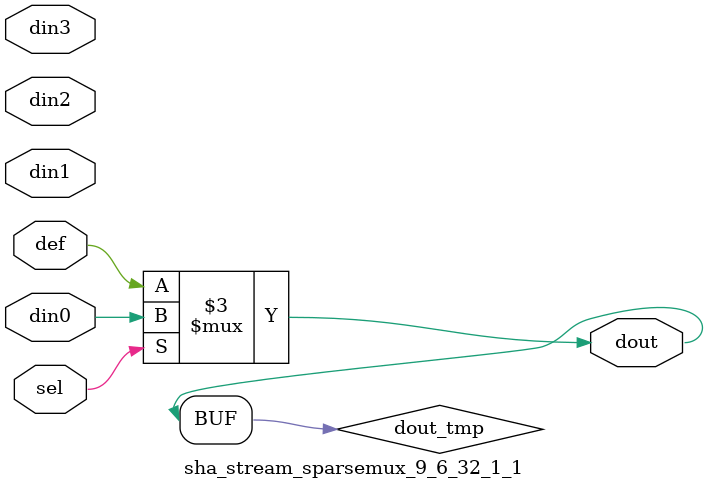
<source format=v>
module sha_stream_sparsemux_9_6_32_1_1 (din0,din1,din2,din3,def,sel,dout); 
parameter din0_WIDTH = 1;
parameter din1_WIDTH = 1;
parameter din2_WIDTH = 1;
parameter din3_WIDTH = 1;
parameter def_WIDTH = 1;
parameter sel_WIDTH = 1;
parameter dout_WIDTH = 1;
parameter [sel_WIDTH-1:0] CASE0 = 1;
parameter [sel_WIDTH-1:0] CASE1 = 1;
parameter [sel_WIDTH-1:0] CASE2 = 1;
parameter [sel_WIDTH-1:0] CASE3 = 1;
parameter ID = 1;
parameter NUM_STAGE = 1;
input [din0_WIDTH-1:0] din0;
input [din1_WIDTH-1:0] din1;
input [din2_WIDTH-1:0] din2;
input [din3_WIDTH-1:0] din3;
input [def_WIDTH-1:0] def;
input [sel_WIDTH-1:0] sel;
output [dout_WIDTH-1:0] dout;
reg [dout_WIDTH-1:0] dout_tmp;
always @ (*) begin
(* parallel_case *) case (sel)
    CASE0 : dout_tmp = din0;
    CASE1 : dout_tmp = din1;
    CASE2 : dout_tmp = din2;
    CASE3 : dout_tmp = din3;
    default : dout_tmp = def;
endcase
end
assign dout = dout_tmp;
endmodule
</source>
